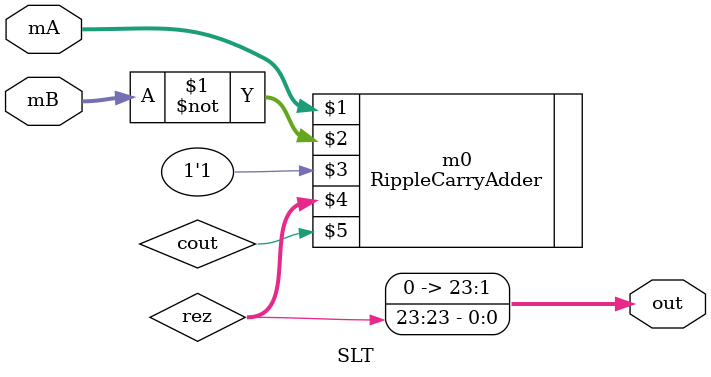
<source format=v>
`timescale 1ns / 1ps


module SLT(
        input [23:0] mA,
        input [23:0] mB,
  		output [23:0] out
    );
    wire cout;
    wire [23:0] out1, out2, rez;
RippleCarryAdder m0(mA, ~mB, 1'b1, rez, cout );
 assign out = {23'b0, rez[23]};
 endmodule

</source>
